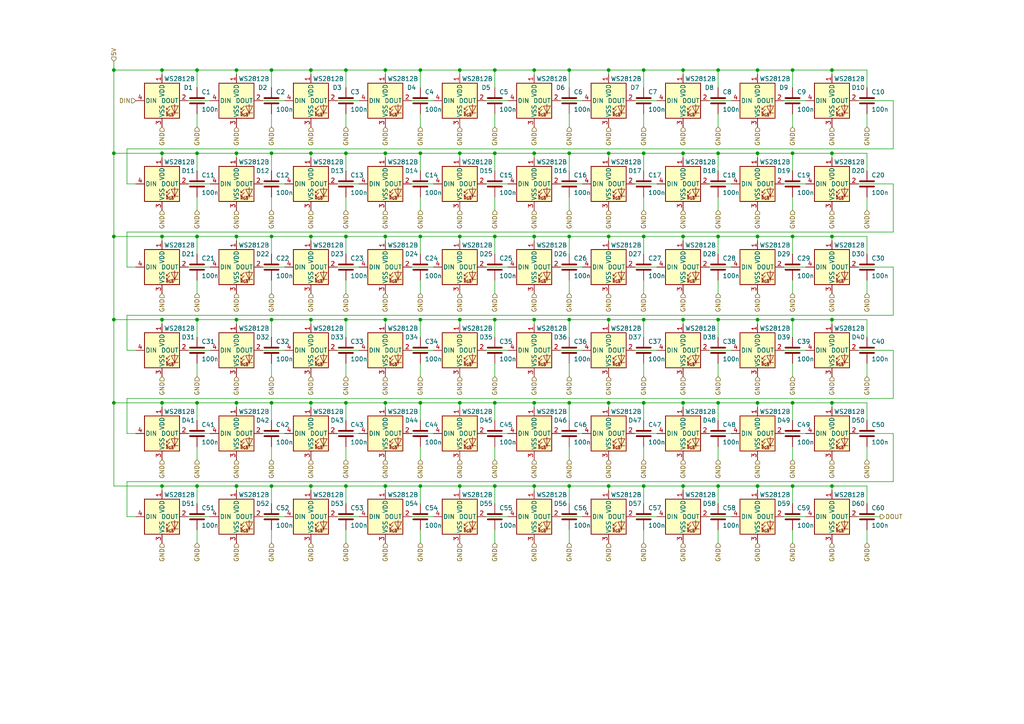
<source format=kicad_sch>
(kicad_sch (version 20211123) (generator eeschema)
  (paper "A4")
  (junction (at 46.99 68.58))
  (junction (at 121.92 140.97))
  (junction (at 241.3 68.58))
  (junction (at 229.87 140.97))
  (junction (at 133.35 116.84))
  (junction (at 176.53 20.32))
  (junction (at 241.3 116.84))
  (junction (at 165.1 44.45))
  (junction (at 186.69 140.97))
  (junction (at 57.15 116.84))
  (junction (at 229.87 116.84))
  (junction (at 229.87 20.32))
  (junction (at 57.15 20.32))
  (junction (at 78.74 44.45))
  (junction (at 229.87 92.71))
  (junction (at 229.87 44.45))
  (junction (at 57.15 44.45))
  (junction (at 121.92 20.32))
  (junction (at 154.94 116.84))
  (junction (at 78.74 20.32))
  (junction (at 57.15 68.58))
  (junction (at 100.33 44.45))
  (junction (at 219.71 116.84))
  (junction (at 143.51 116.84))
  (junction (at 176.53 140.97))
  (junction (at 241.3 44.45))
  (junction (at 186.69 44.45))
  (junction (at 219.71 140.97))
  (junction (at 46.99 20.32))
  (junction (at 68.58 116.84))
  (junction (at 186.69 92.71))
  (junction (at 165.1 140.97))
  (junction (at 121.92 92.71))
  (junction (at 33.02 20.32))
  (junction (at 229.87 68.58))
  (junction (at 143.51 68.58))
  (junction (at 78.74 116.84))
  (junction (at 198.12 116.84))
  (junction (at 154.94 140.97))
  (junction (at 57.15 92.71))
  (junction (at 68.58 44.45))
  (junction (at 198.12 44.45))
  (junction (at 219.71 92.71))
  (junction (at 33.02 68.58))
  (junction (at 133.35 140.97))
  (junction (at 111.76 68.58))
  (junction (at 100.33 20.32))
  (junction (at 198.12 92.71))
  (junction (at 143.51 44.45))
  (junction (at 176.53 116.84))
  (junction (at 165.1 116.84))
  (junction (at 111.76 92.71))
  (junction (at 208.28 116.84))
  (junction (at 46.99 92.71))
  (junction (at 165.1 92.71))
  (junction (at 100.33 116.84))
  (junction (at 33.02 116.84))
  (junction (at 219.71 44.45))
  (junction (at 208.28 20.32))
  (junction (at 208.28 92.71))
  (junction (at 143.51 140.97))
  (junction (at 68.58 92.71))
  (junction (at 90.17 20.32))
  (junction (at 154.94 44.45))
  (junction (at 208.28 44.45))
  (junction (at 78.74 140.97))
  (junction (at 198.12 20.32))
  (junction (at 165.1 20.32))
  (junction (at 154.94 20.32))
  (junction (at 154.94 68.58))
  (junction (at 68.58 68.58))
  (junction (at 133.35 20.32))
  (junction (at 186.69 68.58))
  (junction (at 219.71 20.32))
  (junction (at 111.76 44.45))
  (junction (at 121.92 68.58))
  (junction (at 78.74 92.71))
  (junction (at 208.28 68.58))
  (junction (at 46.99 140.97))
  (junction (at 78.74 68.58))
  (junction (at 100.33 92.71))
  (junction (at 68.58 140.97))
  (junction (at 241.3 140.97))
  (junction (at 121.92 116.84))
  (junction (at 241.3 20.32))
  (junction (at 176.53 68.58))
  (junction (at 90.17 68.58))
  (junction (at 198.12 68.58))
  (junction (at 121.92 44.45))
  (junction (at 154.94 92.71))
  (junction (at 143.51 20.32))
  (junction (at 46.99 44.45))
  (junction (at 176.53 92.71))
  (junction (at 90.17 44.45))
  (junction (at 219.71 68.58))
  (junction (at 186.69 116.84))
  (junction (at 111.76 140.97))
  (junction (at 68.58 20.32))
  (junction (at 133.35 92.71))
  (junction (at 208.28 140.97))
  (junction (at 90.17 116.84))
  (junction (at 33.02 44.45))
  (junction (at 165.1 68.58))
  (junction (at 198.12 140.97))
  (junction (at 46.99 116.84))
  (junction (at 57.15 140.97))
  (junction (at 133.35 44.45))
  (junction (at 33.02 92.71))
  (junction (at 176.53 44.45))
  (junction (at 90.17 140.97))
  (junction (at 133.35 68.58))
  (junction (at 186.69 20.32))
  (junction (at 111.76 20.32))
  (junction (at 100.33 68.58))
  (junction (at 100.33 140.97))
  (junction (at 143.51 92.71))
  (junction (at 111.76 116.84))
  (junction (at 90.17 92.71))
  (junction (at 241.3 92.71))
  (wire (pts (xy 165.1 68.58) (xy 176.53 68.58)))
  (wire (pts (xy 33.02 92.71) (xy 33.02 68.58)))
  (wire (pts (xy 219.71 116.84) (xy 219.71 118.11)))
  (wire (pts (xy 33.02 116.84) (xy 46.99 116.84)))
  (wire (pts (xy 251.46 116.84) (xy 241.3 116.84)))
  (wire (pts (xy 121.92 92.71) (xy 111.76 92.71)))
  (wire (pts (xy 165.1 97.79) (xy 165.1 92.71)))
  (wire (pts (xy 121.92 68.58) (xy 133.35 68.58)))
  (wire (pts (xy 229.87 129.54) (xy 229.87 133.35)))
  (wire (pts (xy 100.33 146.05) (xy 100.33 140.97)))
  (wire (pts (xy 143.51 73.66) (xy 143.51 68.58)))
  (wire (pts (xy 241.3 20.32) (xy 241.3 21.59)))
  (wire (pts (xy 100.33 49.53) (xy 100.33 44.45)))
  (wire (pts (xy 198.12 20.32) (xy 198.12 21.59)))
  (wire (pts (xy 78.74 81.28) (xy 78.74 85.09)))
  (wire (pts (xy 251.46 129.54) (xy 251.46 133.35)))
  (wire (pts (xy 97.79 125.73) (xy 104.14 125.73)))
  (wire (pts (xy 78.74 97.79) (xy 78.74 92.71)))
  (wire (pts (xy 251.46 49.53) (xy 251.46 44.45)))
  (wire (pts (xy 176.53 140.97) (xy 176.53 142.24)))
  (wire (pts (xy 186.69 140.97) (xy 198.12 140.97)))
  (wire (pts (xy 78.74 68.58) (xy 90.17 68.58)))
  (wire (pts (xy 184.15 53.34) (xy 190.5 53.34)))
  (wire (pts (xy 229.87 68.58) (xy 241.3 68.58)))
  (wire (pts (xy 229.87 25.4) (xy 229.87 20.32)))
  (wire (pts (xy 57.15 68.58) (xy 68.58 68.58)))
  (wire (pts (xy 251.46 92.71) (xy 241.3 92.71)))
  (wire (pts (xy 57.15 68.58) (xy 57.15 73.66)))
  (wire (pts (xy 219.71 68.58) (xy 219.71 69.85)))
  (wire (pts (xy 121.92 49.53) (xy 121.92 44.45)))
  (wire (pts (xy 78.74 44.45) (xy 90.17 44.45)))
  (wire (pts (xy 100.33 44.45) (xy 90.17 44.45)))
  (wire (pts (xy 100.33 153.67) (xy 100.33 157.48)))
  (wire (pts (xy 248.92 149.86) (xy 255.27 149.86)))
  (wire (pts (xy 119.38 101.6) (xy 125.73 101.6)))
  (wire (pts (xy 241.3 68.58) (xy 241.3 69.85)))
  (wire (pts (xy 251.46 146.05) (xy 251.46 140.97)))
  (wire (pts (xy 154.94 44.45) (xy 154.94 45.72)))
  (wire (pts (xy 186.69 57.15) (xy 186.69 60.96)))
  (wire (pts (xy 251.46 33.02) (xy 251.46 36.83)))
  (wire (pts (xy 176.53 68.58) (xy 176.53 69.85)))
  (wire (pts (xy 121.92 44.45) (xy 111.76 44.45)))
  (wire (pts (xy 162.56 29.21) (xy 168.91 29.21)))
  (wire (pts (xy 100.33 116.84) (xy 90.17 116.84)))
  (wire (pts (xy 186.69 33.02) (xy 186.69 36.83)))
  (wire (pts (xy 184.15 101.6) (xy 190.5 101.6)))
  (wire (pts (xy 165.1 116.84) (xy 154.94 116.84)))
  (wire (pts (xy 165.1 44.45) (xy 154.94 44.45)))
  (wire (pts (xy 184.15 29.21) (xy 190.5 29.21)))
  (wire (pts (xy 90.17 116.84) (xy 90.17 118.11)))
  (wire (pts (xy 241.3 92.71) (xy 241.3 93.98)))
  (wire (pts (xy 36.83 91.44) (xy 36.83 101.6)))
  (wire (pts (xy 227.33 29.21) (xy 233.68 29.21)))
  (wire (pts (xy 229.87 81.28) (xy 229.87 85.09)))
  (wire (pts (xy 68.58 68.58) (xy 68.58 69.85)))
  (wire (pts (xy 140.97 77.47) (xy 147.32 77.47)))
  (wire (pts (xy 76.2 77.47) (xy 82.55 77.47)))
  (wire (pts (xy 165.1 153.67) (xy 165.1 157.48)))
  (wire (pts (xy 78.74 20.32) (xy 68.58 20.32)))
  (wire (pts (xy 133.35 20.32) (xy 133.35 21.59)))
  (wire (pts (xy 46.99 116.84) (xy 57.15 116.84)))
  (wire (pts (xy 154.94 68.58) (xy 154.94 69.85)))
  (wire (pts (xy 100.33 68.58) (xy 90.17 68.58)))
  (wire (pts (xy 251.46 140.97) (xy 241.3 140.97)))
  (wire (pts (xy 208.28 140.97) (xy 219.71 140.97)))
  (wire (pts (xy 78.74 49.53) (xy 78.74 44.45)))
  (wire (pts (xy 186.69 92.71) (xy 198.12 92.71)))
  (wire (pts (xy 143.51 68.58) (xy 133.35 68.58)))
  (wire (pts (xy 205.74 29.21) (xy 212.09 29.21)))
  (wire (pts (xy 33.02 140.97) (xy 33.02 116.84)))
  (wire (pts (xy 68.58 44.45) (xy 68.58 45.72)))
  (wire (pts (xy 100.33 92.71) (xy 90.17 92.71)))
  (wire (pts (xy 251.46 68.58) (xy 241.3 68.58)))
  (wire (pts (xy 208.28 105.41) (xy 208.28 109.22)))
  (wire (pts (xy 46.99 92.71) (xy 46.99 93.98)))
  (wire (pts (xy 229.87 92.71) (xy 241.3 92.71)))
  (wire (pts (xy 219.71 44.45) (xy 219.71 45.72)))
  (wire (pts (xy 229.87 140.97) (xy 241.3 140.97)))
  (wire (pts (xy 100.33 57.15) (xy 100.33 60.96)))
  (wire (pts (xy 121.92 153.67) (xy 121.92 157.48)))
  (wire (pts (xy 100.33 73.66) (xy 100.33 68.58)))
  (wire (pts (xy 121.92 73.66) (xy 121.92 68.58)))
  (wire (pts (xy 229.87 44.45) (xy 241.3 44.45)))
  (wire (pts (xy 111.76 140.97) (xy 111.76 142.24)))
  (wire (pts (xy 186.69 73.66) (xy 186.69 68.58)))
  (wire (pts (xy 78.74 44.45) (xy 68.58 44.45)))
  (wire (pts (xy 78.74 140.97) (xy 68.58 140.97)))
  (wire (pts (xy 143.51 140.97) (xy 133.35 140.97)))
  (wire (pts (xy 119.38 149.86) (xy 125.73 149.86)))
  (wire (pts (xy 36.83 53.34) (xy 39.37 53.34)))
  (wire (pts (xy 186.69 49.53) (xy 186.69 44.45)))
  (wire (pts (xy 121.92 57.15) (xy 121.92 60.96)))
  (wire (pts (xy 143.51 153.67) (xy 143.51 157.48)))
  (wire (pts (xy 186.69 68.58) (xy 198.12 68.58)))
  (wire (pts (xy 251.46 97.79) (xy 251.46 92.71)))
  (wire (pts (xy 143.51 129.54) (xy 143.51 133.35)))
  (wire (pts (xy 78.74 140.97) (xy 90.17 140.97)))
  (wire (pts (xy 36.83 139.7) (xy 36.83 149.86)))
  (wire (pts (xy 208.28 116.84) (xy 219.71 116.84)))
  (wire (pts (xy 165.1 140.97) (xy 176.53 140.97)))
  (wire (pts (xy 76.2 101.6) (xy 82.55 101.6)))
  (wire (pts (xy 186.69 44.45) (xy 176.53 44.45)))
  (wire (pts (xy 259.08 29.21) (xy 259.08 43.18)))
  (wire (pts (xy 111.76 116.84) (xy 111.76 118.11)))
  (wire (pts (xy 121.92 92.71) (xy 133.35 92.71)))
  (wire (pts (xy 111.76 92.71) (xy 111.76 93.98)))
  (wire (pts (xy 154.94 140.97) (xy 154.94 142.24)))
  (wire (pts (xy 208.28 97.79) (xy 208.28 92.71)))
  (wire (pts (xy 227.33 149.86) (xy 233.68 149.86)))
  (wire (pts (xy 36.83 77.47) (xy 36.83 67.31)))
  (wire (pts (xy 33.02 68.58) (xy 33.02 44.45)))
  (wire (pts (xy 54.61 53.34) (xy 60.96 53.34)))
  (wire (pts (xy 57.15 20.32) (xy 57.15 25.4)))
  (wire (pts (xy 165.1 68.58) (xy 154.94 68.58)))
  (wire (pts (xy 57.15 57.15) (xy 57.15 60.96)))
  (wire (pts (xy 208.28 92.71) (xy 198.12 92.71)))
  (wire (pts (xy 208.28 68.58) (xy 219.71 68.58)))
  (wire (pts (xy 219.71 92.71) (xy 219.71 93.98)))
  (wire (pts (xy 100.33 20.32) (xy 111.76 20.32)))
  (wire (pts (xy 97.79 101.6) (xy 104.14 101.6)))
  (wire (pts (xy 208.28 129.54) (xy 208.28 133.35)))
  (wire (pts (xy 39.37 125.73) (xy 36.83 125.73)))
  (wire (pts (xy 57.15 81.28) (xy 57.15 85.09)))
  (wire (pts (xy 186.69 116.84) (xy 176.53 116.84)))
  (wire (pts (xy 241.3 44.45) (xy 241.3 45.72)))
  (wire (pts (xy 251.46 20.32) (xy 241.3 20.32)))
  (wire (pts (xy 78.74 121.92) (xy 78.74 116.84)))
  (wire (pts (xy 121.92 116.84) (xy 133.35 116.84)))
  (wire (pts (xy 184.15 149.86) (xy 190.5 149.86)))
  (wire (pts (xy 208.28 146.05) (xy 208.28 140.97)))
  (wire (pts (xy 46.99 68.58) (xy 57.15 68.58)))
  (wire (pts (xy 186.69 20.32) (xy 198.12 20.32)))
  (wire (pts (xy 259.08 77.47) (xy 259.08 91.44)))
  (wire (pts (xy 36.83 149.86) (xy 39.37 149.86)))
  (wire (pts (xy 121.92 146.05) (xy 121.92 140.97)))
  (wire (pts (xy 33.02 116.84) (xy 33.02 92.71)))
  (wire (pts (xy 208.28 153.67) (xy 208.28 157.48)))
  (wire (pts (xy 78.74 129.54) (xy 78.74 133.35)))
  (wire (pts (xy 186.69 129.54) (xy 186.69 133.35)))
  (wire (pts (xy 46.99 44.45) (xy 57.15 44.45)))
  (wire (pts (xy 119.38 77.47) (xy 125.73 77.47)))
  (wire (pts (xy 121.92 121.92) (xy 121.92 116.84)))
  (wire (pts (xy 121.92 44.45) (xy 133.35 44.45)))
  (wire (pts (xy 251.46 121.92) (xy 251.46 116.84)))
  (wire (pts (xy 143.51 146.05) (xy 143.51 140.97)))
  (wire (pts (xy 78.74 20.32) (xy 90.17 20.32)))
  (wire (pts (xy 140.97 29.21) (xy 147.32 29.21)))
  (wire (pts (xy 119.38 125.73) (xy 125.73 125.73)))
  (wire (pts (xy 57.15 92.71) (xy 68.58 92.71)))
  (wire (pts (xy 33.02 44.45) (xy 46.99 44.45)))
  (wire (pts (xy 78.74 116.84) (xy 90.17 116.84)))
  (wire (pts (xy 36.83 43.18) (xy 36.83 53.34)))
  (wire (pts (xy 186.69 146.05) (xy 186.69 140.97)))
  (wire (pts (xy 186.69 121.92) (xy 186.69 116.84)))
  (wire (pts (xy 208.28 73.66) (xy 208.28 68.58)))
  (wire (pts (xy 97.79 77.47) (xy 104.14 77.47)))
  (wire (pts (xy 121.92 68.58) (xy 111.76 68.58)))
  (wire (pts (xy 143.51 44.45) (xy 133.35 44.45)))
  (wire (pts (xy 90.17 44.45) (xy 90.17 45.72)))
  (wire (pts (xy 186.69 153.67) (xy 186.69 157.48)))
  (wire (pts (xy 154.94 116.84) (xy 154.94 118.11)))
  (wire (pts (xy 119.38 29.21) (xy 125.73 29.21)))
  (wire (pts (xy 121.92 140.97) (xy 133.35 140.97)))
  (wire (pts (xy 111.76 44.45) (xy 111.76 45.72)))
  (wire (pts (xy 133.35 140.97) (xy 133.35 142.24)))
  (wire (pts (xy 46.99 68.58) (xy 46.99 69.85)))
  (wire (pts (xy 229.87 68.58) (xy 219.71 68.58)))
  (wire (pts (xy 229.87 140.97) (xy 219.71 140.97)))
  (wire (pts (xy 248.92 77.47) (xy 259.08 77.47)))
  (wire (pts (xy 100.33 116.84) (xy 111.76 116.84)))
  (wire (pts (xy 78.74 153.67) (xy 78.74 157.48)))
  (wire (pts (xy 176.53 20.32) (xy 176.53 21.59)))
  (wire (pts (xy 229.87 105.41) (xy 229.87 109.22)))
  (wire (pts (xy 186.69 25.4) (xy 186.69 20.32)))
  (wire (pts (xy 140.97 53.34) (xy 147.32 53.34)))
  (wire (pts (xy 186.69 140.97) (xy 176.53 140.97)))
  (wire (pts (xy 143.51 33.02) (xy 143.51 36.83)))
  (wire (pts (xy 78.74 33.02) (xy 78.74 36.83)))
  (wire (pts (xy 57.15 92.71) (xy 57.15 97.79)))
  (wire (pts (xy 208.28 44.45) (xy 219.71 44.45)))
  (wire (pts (xy 219.71 140.97) (xy 219.71 142.24)))
  (wire (pts (xy 54.61 77.47) (xy 60.96 77.47)))
  (wire (pts (xy 208.28 57.15) (xy 208.28 60.96)))
  (wire (pts (xy 140.97 149.86) (xy 147.32 149.86)))
  (wire (pts (xy 176.53 44.45) (xy 176.53 45.72)))
  (wire (pts (xy 251.46 57.15) (xy 251.46 60.96)))
  (wire (pts (xy 198.12 92.71) (xy 198.12 93.98)))
  (wire (pts (xy 176.53 116.84) (xy 176.53 118.11)))
  (wire (pts (xy 229.87 20.32) (xy 219.71 20.32)))
  (wire (pts (xy 143.51 49.53) (xy 143.51 44.45)))
  (wire (pts (xy 229.87 73.66) (xy 229.87 68.58)))
  (wire (pts (xy 259.08 139.7) (xy 36.83 139.7)))
  (wire (pts (xy 165.1 33.02) (xy 165.1 36.83)))
  (wire (pts (xy 229.87 44.45) (xy 219.71 44.45)))
  (wire (pts (xy 229.87 116.84) (xy 219.71 116.84)))
  (wire (pts (xy 36.83 67.31) (xy 259.08 67.31)))
  (wire (pts (xy 198.12 68.58) (xy 198.12 69.85)))
  (wire (pts (xy 100.33 33.02) (xy 100.33 36.83)))
  (wire (pts (xy 143.51 116.84) (xy 133.35 116.84)))
  (wire (pts (xy 100.33 81.28) (xy 100.33 85.09)))
  (wire (pts (xy 241.3 140.97) (xy 241.3 142.24)))
  (wire (pts (xy 259.08 67.31) (xy 259.08 53.34)))
  (wire (pts (xy 248.92 29.21) (xy 259.08 29.21)))
  (wire (pts (xy 46.99 20.32) (xy 57.15 20.32)))
  (wire (pts (xy 78.74 146.05) (xy 78.74 140.97)))
  (wire (pts (xy 46.99 140.97) (xy 57.15 140.97)))
  (wire (pts (xy 165.1 57.15) (xy 165.1 60.96)))
  (wire (pts (xy 176.53 92.71) (xy 176.53 93.98)))
  (wire (pts (xy 229.87 92.71) (xy 219.71 92.71)))
  (wire (pts (xy 208.28 92.71) (xy 219.71 92.71)))
  (wire (pts (xy 186.69 92.71) (xy 176.53 92.71)))
  (wire (pts (xy 251.46 153.67) (xy 251.46 157.48)))
  (wire (pts (xy 205.74 77.47) (xy 212.09 77.47)))
  (wire (pts (xy 46.99 44.45) (xy 46.99 45.72)))
  (wire (pts (xy 165.1 44.45) (xy 176.53 44.45)))
  (wire (pts (xy 33.02 92.71) (xy 46.99 92.71)))
  (wire (pts (xy 100.33 92.71) (xy 111.76 92.71)))
  (wire (pts (xy 90.17 92.71) (xy 90.17 93.98)))
  (wire (pts (xy 143.51 92.71) (xy 133.35 92.71)))
  (wire (pts (xy 248.92 53.34) (xy 259.08 53.34)))
  (wire (pts (xy 143.51 81.28) (xy 143.51 85.09)))
  (wire (pts (xy 227.33 125.73) (xy 233.68 125.73)))
  (wire (pts (xy 121.92 25.4) (xy 121.92 20.32)))
  (wire (pts (xy 133.35 68.58) (xy 133.35 69.85)))
  (wire (pts (xy 100.33 44.45) (xy 111.76 44.45)))
  (wire (pts (xy 259.08 115.57) (xy 259.08 101.6)))
  (wire (pts (xy 57.15 116.84) (xy 68.58 116.84)))
  (wire (pts (xy 229.87 97.79) (xy 229.87 92.71)))
  (wire (pts (xy 121.92 97.79) (xy 121.92 92.71)))
  (wire (pts (xy 205.74 101.6) (xy 212.09 101.6)))
  (wire (pts (xy 229.87 20.32) (xy 241.3 20.32)))
  (wire (pts (xy 227.33 53.34) (xy 233.68 53.34)))
  (wire (pts (xy 78.74 105.41) (xy 78.74 109.22)))
  (wire (pts (xy 54.61 29.21) (xy 60.96 29.21)))
  (wire (pts (xy 46.99 92.71) (xy 57.15 92.71)))
  (wire (pts (xy 165.1 92.71) (xy 176.53 92.71)))
  (wire (pts (xy 229.87 57.15) (xy 229.87 60.96)))
  (wire (pts (xy 57.15 116.84) (xy 57.15 121.92)))
  (wire (pts (xy 162.56 53.34) (xy 168.91 53.34)))
  (wire (pts (xy 208.28 25.4) (xy 208.28 20.32)))
  (wire (pts (xy 57.15 140.97) (xy 57.15 146.05)))
  (wire (pts (xy 97.79 53.34) (xy 104.14 53.34)))
  (wire (pts (xy 100.33 25.4) (xy 100.33 20.32)))
  (wire (pts (xy 143.51 68.58) (xy 154.94 68.58)))
  (wire (pts (xy 229.87 146.05) (xy 229.87 140.97)))
  (wire (pts (xy 33.02 140.97) (xy 46.99 140.97)))
  (wire (pts (xy 78.74 57.15) (xy 78.74 60.96)))
  (wire (pts (xy 57.15 140.97) (xy 68.58 140.97)))
  (wire (pts (xy 162.56 77.47) (xy 168.91 77.47)))
  (wire (pts (xy 78.74 116.84) (xy 68.58 116.84)))
  (wire (pts (xy 205.74 149.86) (xy 212.09 149.86)))
  (wire (pts (xy 143.51 44.45) (xy 154.94 44.45)))
  (wire (pts (xy 57.15 33.02) (xy 57.15 36.83)))
  (wire (pts (xy 208.28 49.53) (xy 208.28 44.45)))
  (wire (pts (xy 143.51 57.15) (xy 143.51 60.96)))
  (wire (pts (xy 251.46 73.66) (xy 251.46 68.58)))
  (wire (pts (xy 208.28 20.32) (xy 198.12 20.32)))
  (wire (pts (xy 165.1 20.32) (xy 176.53 20.32)))
  (wire (pts (xy 165.1 121.92) (xy 165.1 116.84)))
  (wire (pts (xy 121.92 116.84) (xy 111.76 116.84)))
  (wire (pts (xy 184.15 125.73) (xy 190.5 125.73)))
  (wire (pts (xy 97.79 29.21) (xy 104.14 29.21)))
  (wire (pts (xy 57.15 20.32) (xy 68.58 20.32)))
  (wire (pts (xy 36.83 101.6) (xy 39.37 101.6)))
  (wire (pts (xy 229.87 153.67) (xy 229.87 157.48)))
  (wire (pts (xy 111.76 68.58) (xy 111.76 69.85)))
  (wire (pts (xy 208.28 33.02) (xy 208.28 36.83)))
  (wire (pts (xy 78.74 92.71) (xy 68.58 92.71)))
  (wire (pts (xy 100.33 97.79) (xy 100.33 92.71)))
  (wire (pts (xy 229.87 116.84) (xy 241.3 116.84)))
  (wire (pts (xy 140.97 101.6) (xy 147.32 101.6)))
  (wire (pts (xy 76.2 29.21) (xy 82.55 29.21)))
  (wire (pts (xy 198.12 44.45) (xy 198.12 45.72)))
  (wire (pts (xy 121.92 33.02) (xy 121.92 36.83)))
  (wire (pts (xy 121.92 20.32) (xy 133.35 20.32)))
  (wire (pts (xy 100.33 121.92) (xy 100.33 116.84)))
  (wire (pts (xy 198.12 140.97) (xy 198.12 142.24)))
  (wire (pts (xy 154.94 92.71) (xy 154.94 93.98)))
  (wire (pts (xy 165.1 116.84) (xy 176.53 116.84)))
  (wire (pts (xy 54.61 101.6) (xy 60.96 101.6)))
  (wire (pts (xy 251.46 105.41) (xy 251.46 109.22)))
  (wire (pts (xy 57.15 129.54) (xy 57.15 133.35)))
  (wire (pts (xy 143.51 140.97) (xy 154.94 140.97)))
  (wire (pts (xy 33.02 20.32) (xy 46.99 20.32)))
  (wire (pts (xy 68.58 140.97) (xy 68.58 142.24)))
  (wire (pts (xy 68.58 116.84) (xy 68.58 118.11)))
  (wire (pts (xy 76.2 149.86) (xy 82.55 149.86)))
  (wire (pts (xy 229.87 33.02) (xy 229.87 36.83)))
  (wire (pts (xy 165.1 49.53) (xy 165.1 44.45)))
  (wire (pts (xy 251.46 25.4) (xy 251.46 20.32)))
  (wire (pts (xy 154.94 20.32) (xy 154.94 21.59)))
  (wire (pts (xy 100.33 140.97) (xy 90.17 140.97)))
  (wire (pts (xy 208.28 81.28) (xy 208.28 85.09)))
  (wire (pts (xy 76.2 125.73) (xy 82.55 125.73)))
  (wire (pts (xy 39.37 77.47) (xy 36.83 77.47)))
  (wire (pts (xy 259.08 125.73) (xy 259.08 139.7)))
  (wire (pts (xy 36.83 115.57) (xy 259.08 115.57)))
  (wire (pts (xy 100.33 105.41) (xy 100.33 109.22)))
  (wire (pts (xy 143.51 25.4) (xy 143.51 20.32)))
  (wire (pts (xy 46.99 116.84) (xy 46.99 118.11)))
  (wire (pts (xy 36.83 125.73) (xy 36.83 115.57)))
  (wire (pts (xy 57.15 44.45) (xy 68.58 44.45)))
  (wire (pts (xy 121.92 20.32) (xy 111.76 20.32)))
  (wire (pts (xy 184.15 77.47) (xy 190.5 77.47)))
  (wire (pts (xy 33.02 17.78) (xy 33.02 20.32)))
  (wire (pts (xy 46.99 20.32) (xy 46.99 21.59)))
  (wire (pts (xy 33.02 68.58) (xy 46.99 68.58)))
  (wire (pts (xy 165.1 92.71) (xy 154.94 92.71)))
  (wire (pts (xy 241.3 116.84) (xy 241.3 118.11)))
  (wire (pts (xy 208.28 121.92) (xy 208.28 116.84)))
  (wire (pts (xy 208.28 44.45) (xy 198.12 44.45)))
  (wire (pts (xy 186.69 68.58) (xy 176.53 68.58)))
  (wire (pts (xy 78.74 92.71) (xy 90.17 92.71)))
  (wire (pts (xy 100.33 140.97) (xy 111.76 140.97)))
  (wire (pts (xy 143.51 20.32) (xy 154.94 20.32)))
  (wire (pts (xy 68.58 20.32) (xy 68.58 21.59)))
  (wire (pts (xy 162.56 125.73) (xy 168.91 125.73)))
  (wire (pts (xy 259.08 91.44) (xy 36.83 91.44)))
  (wire (pts (xy 143.51 105.41) (xy 143.51 109.22)))
  (wire (pts (xy 186.69 44.45) (xy 198.12 44.45)))
  (wire (pts (xy 78.74 25.4) (xy 78.74 20.32)))
  (wire (pts (xy 78.74 68.58) (xy 68.58 68.58)))
  (wire (pts (xy 57.15 44.45) (xy 57.15 49.53)))
  (wire (pts (xy 97.79 149.86) (xy 104.14 149.86)))
  (wire (pts (xy 143.51 116.84) (xy 154.94 116.84)))
  (wire (pts (xy 143.51 97.79) (xy 143.51 92.71)))
  (wire (pts (xy 165.1 25.4) (xy 165.1 20.32)))
  (wire (pts (xy 251.46 81.28) (xy 251.46 85.09)))
  (wire (pts (xy 165.1 81.28) (xy 165.1 85.09)))
  (wire (pts (xy 140.97 125.73) (xy 147.32 125.73)))
  (wire (pts (xy 111.76 20.32) (xy 111.76 21.59)))
  (wire (pts (xy 248.92 101.6) (xy 259.08 101.6)))
  (wire (pts (xy 133.35 92.71) (xy 133.35 93.98)))
  (wire (pts (xy 143.51 121.92) (xy 143.51 116.84)))
  (wire (pts (xy 143.51 92.71) (xy 154.94 92.71)))
  (wire (pts (xy 121.92 105.41) (xy 121.92 109.22)))
  (wire (pts (xy 208.28 116.84) (xy 198.12 116.84)))
  (wire (pts (xy 162.56 149.86) (xy 168.91 149.86)))
  (wire (pts (xy 186.69 97.79) (xy 186.69 92.71)))
  (wire (pts (xy 205.74 53.34) (xy 212.09 53.34)))
  (wire (pts (xy 186.69 81.28) (xy 186.69 85.09)))
  (wire (pts (xy 186.69 20.32) (xy 176.53 20.32)))
  (wire (pts (xy 165.1 146.05) (xy 165.1 140.97)))
  (wire (pts (xy 208.28 68.58) (xy 198.12 68.58)))
  (wire (pts (xy 165.1 20.32) (xy 154.94 20.32)))
  (wire (pts (xy 229.87 49.53) (xy 229.87 44.45)))
  (wire (pts (xy 100.33 129.54) (xy 100.33 133.35)))
  (wire (pts (xy 121.92 129.54) (xy 121.92 133.35)))
  (wire (pts (xy 208.28 140.97) (xy 198.12 140.97)))
  (wire (pts (xy 100.33 20.32) (xy 90.17 20.32)))
  (wire (pts (xy 133.35 116.84) (xy 133.35 118.11)))
  (wire (pts (xy 100.33 68.58) (xy 111.76 68.58)))
  (wire (pts (xy 54.61 149.86) (xy 60.96 149.86)))
  (wire (pts (xy 165.1 105.41) (xy 165.1 109.22)))
  (wire (pts (xy 198.12 116.84) (xy 198.12 118.11)))
  (wire (pts (xy 205.74 125.73) (xy 212.09 125.73)))
  (wire (pts (xy 251.46 44.45) (xy 241.3 44.45)))
  (wire (pts (xy 259.08 43.18) (xy 36.83 43.18)))
  (wire (pts (xy 90.17 20.32) (xy 90.17 21.59)))
  (wire (pts (xy 227.33 101.6) (xy 233.68 101.6)))
  (wire (pts (xy 46.99 140.97) (xy 46.99 142.24)))
  (wire (pts (xy 90.17 68.58) (xy 90.17 69.85)))
  (wire (pts (xy 119.38 53.34) (xy 125.73 53.34)))
  (wire (pts (xy 165.1 73.66) (xy 165.1 68.58)))
  (wire (pts (xy 68.58 92.71) (xy 68.58 93.98)))
  (wire (pts (xy 33.02 44.45) (xy 33.02 20.32)))
  (wire (pts (xy 143.51 20.32) (xy 133.35 20.32)))
  (wire (pts (xy 57.15 153.67) (xy 57.15 157.48)))
  (wire (pts (xy 133.35 44.45) (xy 133.35 45.72)))
  (wire (pts (xy 121.92 81.28) (xy 121.92 85.09)))
  (wire (pts (xy 186.69 116.84) (xy 198.12 116.84)))
  (wire (pts (xy 78.74 73.66) (xy 78.74 68.58)))
  (wire (pts (xy 165.1 129.54) (xy 165.1 133.35)))
  (wire (pts (xy 54.61 125.73) (xy 60.96 125.73)))
  (wire (pts (xy 76.2 53.34) (xy 82.55 53.34)))
  (wire (pts (xy 208.28 20.32) (xy 219.71 20.32)))
  (wire (pts (xy 219.71 20.32) (xy 219.71 21.59)))
  (wire (pts (xy 186.69 105.41) (xy 186.69 109.22)))
  (wire (pts (xy 227.33 77.47) (xy 233.68 77.47)))
  (wire (pts (xy 57.15 105.41) (xy 57.15 109.22)))
  (wire (pts (xy 229.87 121.92) (xy 229.87 116.84)))
  (wire (pts (xy 121.92 140.97) (xy 111.76 140.97)))
  (wire (pts (xy 165.1 140.97) (xy 154.94 140.97)))
  (wire (pts (xy 248.92 125.73) (xy 259.08 125.73)))
  (wire (pts (xy 90.17 140.97) (xy 90.17 142.24)))
  (wire (pts (xy 162.56 101.6) (xy 168.91 101.6)))
  (hierarchical_label "GND" (shape input) (at 219.71 157.48 270))
  (hierarchical_label "GND" (shape input) (at 100.33 36.83 270))
  (hierarchical_label "GND" (shape input) (at 121.92 157.48 270))
  (hierarchical_label "GND" (shape input) (at 90.17 109.22 270))
  (hierarchical_label "GND" (shape input) (at 154.94 60.96 270))
  (hierarchical_label "GND" (shape input) (at 176.53 133.35 270))
  (hierarchical_label "GND" (shape input) (at 208.28 157.48 270))
  (hierarchical_label "GND" (shape input) (at 90.17 85.09 270))
  (hierarchical_label "GND" (shape input) (at 208.28 109.22 270))
  (hierarchical_label "GND" (shape input) (at 208.28 60.96 270))
  (hierarchical_label "GND" (shape input) (at 154.94 157.48 270))
  (hierarchical_label "GND" (shape input) (at 186.69 60.96 270))
  (hierarchical_label "GND" (shape input) (at 121.92 109.22 270))
  (hierarchical_label "GND" (shape input) (at 176.53 36.83 270))
  (hierarchical_label "GND" (shape input) (at 229.87 133.35 270))
  (hierarchical_label "GND" (shape input) (at 111.76 36.83 270))
  (hierarchical_label "GND" (shape input) (at 154.94 85.09 270))
  (hierarchical_label "GND" (shape input) (at 251.46 157.48 270))
  (hierarchical_label "GND" (shape input) (at 165.1 36.83 270))
  (hierarchical_label "GND" (shape input) (at 251.46 85.09 270))
  (hierarchical_label "GND" (shape input) (at 46.99 133.35 270))
  (hierarchical_label "GND" (shape input) (at 143.51 109.22 270))
  (hierarchical_label "GND" (shape input) (at 111.76 133.35 270))
  (hierarchical_label "GND" (shape input) (at 78.74 36.83 270))
  (hierarchical_label "GND" (shape input) (at 68.58 157.48 270))
  (hierarchical_label "GND" (shape input) (at 229.87 85.09 270))
  (hierarchical_label "GND" (shape input) (at 57.15 157.48 270))
  (hierarchical_label "GND" (shape input) (at 68.58 36.83 270))
  (hierarchical_label "GND" (shape input) (at 100.33 157.48 270))
  (hierarchical_label "DIN" (shape input) (at 39.37 29.21 180))
  (hierarchical_label "GND" (shape input) (at 46.99 109.22 270))
  (hierarchical_label "GND" (shape input) (at 111.76 109.22 270))
  (hierarchical_label "GND" (shape input) (at 57.15 60.96 270))
  (hierarchical_label "GND" (shape input) (at 219.71 36.83 270))
  (hierarchical_label "GND" (shape input) (at 219.71 85.09 270))
  (hierarchical_label "GND" (shape input) (at 133.35 85.09 270))
  (hierarchical_label "GND" (shape input) (at 143.51 133.35 270))
  (hierarchical_label "GND" (shape input) (at 78.74 85.09 270))
  (hierarchical_label "GND" (shape input) (at 143.51 60.96 270))
  (hierarchical_label "GND" (shape input) (at 100.33 85.09 270))
  (hierarchical_label "GND" (shape input) (at 78.74 157.48 270))
  (hierarchical_label "DOUT" (shape output) (at 255.27 149.86 0))
  (hierarchical_label "GND" (shape input) (at 251.46 133.35 270))
  (hierarchical_label "GND" (shape input) (at 219.71 60.96 270))
  (hierarchical_label "GND" (shape input) (at 251.46 60.96 270))
  (hierarchical_label "GND" (shape input) (at 46.99 60.96 270))
  (hierarchical_label "GND" (shape input) (at 133.35 36.83 270))
  (hierarchical_label "GND" (shape input) (at 229.87 157.48 270))
  (hierarchical_label "GND" (shape input) (at 143.51 36.83 270))
  (hierarchical_label "GND" (shape input) (at 241.3 36.83 270))
  (hierarchical_label "GND" (shape input) (at 143.51 157.48 270))
  (hierarchical_label "GND" (shape input) (at 229.87 36.83 270))
  (hierarchical_label "GND" (shape input) (at 241.3 109.22 270))
  (hierarchical_label "GND" (shape input) (at 121.92 85.09 270))
  (hierarchical_label "GND" (shape input) (at 251.46 109.22 270))
  (hierarchical_label "GND" (shape input) (at 57.15 133.35 270))
  (hierarchical_label "GND" (shape input) (at 68.58 60.96 270))
  (hierarchical_label "GND" (shape input) (at 133.35 60.96 270))
  (hierarchical_label "GND" (shape input) (at 121.92 60.96 270))
  (hierarchical_label "GND" (shape input) (at 186.69 85.09 270))
  (hierarchical_label "GND" (shape input) (at 78.74 60.96 270))
  (hierarchical_label "GND" (shape input) (at 186.69 157.48 270))
  (hierarchical_label "GND" (shape input) (at 176.53 157.48 270))
  (hierarchical_label "GND" (shape input) (at 198.12 109.22 270))
  (hierarchical_label "GND" (shape input) (at 208.28 85.09 270))
  (hierarchical_label "GND" (shape input) (at 198.12 133.35 270))
  (hierarchical_label "GND" (shape input) (at 46.99 157.48 270))
  (hierarchical_label "GND" (shape input) (at 143.51 85.09 270))
  (hierarchical_label "GND" (shape input) (at 78.74 109.22 270))
  (hierarchical_label "GND" (shape input) (at 68.58 109.22 270))
  (hierarchical_label "GND" (shape input) (at 154.94 109.22 270))
  (hierarchical_label "GND" (shape input) (at 251.46 36.83 270))
  (hierarchical_label "GND" (shape input) (at 100.33 133.35 270))
  (hierarchical_label "GND" (shape input) (at 198.12 36.83 270))
  (hierarchical_label "GND" (shape input) (at 241.3 157.48 270))
  (hierarchical_label "GND" (shape input) (at 111.76 157.48 270))
  (hierarchical_label "GND" (shape input) (at 241.3 85.09 270))
  (hierarchical_label "GND" (shape input) (at 133.35 109.22 270))
  (hierarchical_label "GND" (shape input) (at 176.53 85.09 270))
  (hierarchical_label "GND" (shape input) (at 121.92 36.83 270))
  (hierarchical_label "GND" (shape input) (at 241.3 60.96 270))
  (hierarchical_label "GND" (shape input) (at 121.92 133.35 270))
  (hierarchical_label "GND" (shape input) (at 57.15 109.22 270))
  (hierarchical_label "GND" (shape input) (at 186.69 36.83 270))
  (hierarchical_label "GND" (shape input) (at 111.76 60.96 270))
  (hierarchical_label "GND" (shape input) (at 198.12 60.96 270))
  (hierarchical_label "GND" (shape input) (at 165.1 60.96 270))
  (hierarchical_label "GND" (shape input) (at 90.17 36.83 270))
  (hierarchical_label "GND" (shape input) (at 68.58 133.35 270))
  (hierarchical_label "GND" (shape input) (at 176.53 109.22 270))
  (hierarchical_label "GND" (shape input) (at 165.1 109.22 270))
  (hierarchical_label "GND" (shape input) (at 229.87 60.96 270))
  (hierarchical_label "GND" (shape input) (at 90.17 60.96 270))
  (hierarchical_label "GND" (shape input) (at 68.58 85.09 270))
  (hierarchical_label "GND" (shape input) (at 57.15 36.83 270))
  (hierarchical_label "GND" (shape input) (at 219.71 133.35 270))
  (hierarchical_label "GND" (shape input) (at 165.1 157.48 270))
  (hierarchical_label "GND" (shape input) (at 57.15 85.09 270))
  (hierarchical_label "GND" (shape input) (at 46.99 36.83 270))
  (hierarchical_label "GND" (shape input) (at 46.99 85.09 270))
  (hierarchical_label "GND" (shape input) (at 219.71 109.22 270))
  (hierarchical_label "GND" (shape input) (at 208.28 133.35 270))
  (hierarchical_label "GND" (shape input) (at 198.12 85.09 270))
  (hierarchical_label "GND" (shape input) (at 176.53 60.96 270))
  (hierarchical_label "GND" (shape input) (at 208.28 36.83 270))
  (hierarchical_label "GND" (shape input) (at 154.94 36.83 270))
  (hierarchical_label "GND" (shape input) (at 100.33 60.96 270))
  (hierarchical_label "GND" (shape input) (at 133.35 133.35 270))
  (hierarchical_label "GND" (shape input) (at 198.12 157.48 270))
  (hierarchical_label "GND" (shape input) (at 165.1 133.35 270))
  (hierarchical_label "GND" (shape input) (at 241.3 133.35 270))
  (hierarchical_label "GND" (shape input) (at 90.17 133.35 270))
  (hierarchical_label "5V" (shape input) (at 33.02 17.78 90))
  (hierarchical_label "GND" (shape input) (at 154.94 133.35 270))
  (hierarchical_label "GND" (shape input) (at 165.1 85.09 270))
  (hierarchical_label "GND" (shape input) (at 111.76 85.09 270))
  (hierarchical_label "GND" (shape input) (at 133.35 157.48 270))
  (hierarchical_label "GND" (shape input) (at 78.74 133.35 270))
  (hierarchical_label "GND" (shape input) (at 186.69 133.35 270))
  (hierarchical_label "GND" (shape input) (at 229.87 109.22 270))
  (hierarchical_label "GND" (shape input) (at 100.33 109.22 270))
  (hierarchical_label "GND" (shape input) (at 90.17 157.48 270))
  (hierarchical_label "GND" (shape input) (at 186.69 109.22 270))
  (symbol (lib_id "Device:C") (at 57.15 77.47 0) (unit 1)
    (property "Reference" "C21" (at 58.42 74.93 0) (effects (justify left)))
    (property "Value" "100n" (at 58.42 80.01 0) (effects (justify left)))
    (property "Footprint" "Capacitor_SMD:C_0402_1005Metric" (effects hide))
  )
  (symbol (lib_id "LED:WS2812B") (at 176.53 125.73 0) (unit 1)
    (property "Reference" "D47" (at 184.15 121.92 0))
    (property "Value" "WS2812B" (at 181.61 119.38 0))
    (property "Footprint" "RB3203-Lib:WS2812" (effects hide))
    (property "Datasheet" "https://cdn-shop.adafruit.com/datasheets/WS2812B.pdf" (effects hide))
  )
  (symbol (lib_id "LED:WS2812B") (at 154.94 101.6 0) (unit 1)
    (property "Reference" "D36" (at 162.56 97.79 0))
    (property "Value" "WS2812B" (at 160.02 95.25 0))
    (property "Footprint" "RB3203-Lib:WS2812" (effects hide))
    (property "Datasheet" "https://cdn-shop.adafruit.com/datasheets/WS2812B.pdf" (effects hide))
  )
  (symbol (lib_id "LED:WS2812B") (at 90.17 125.73 0) (unit 1)
    (property "Reference" "D43" (at 97.79 121.92 0))
    (property "Value" "WS2812B" (at 95.25 119.38 0))
    (property "Footprint" "RB3203-Lib:WS2812" (effects hide))
    (property "Datasheet" "https://cdn-shop.adafruit.com/datasheets/WS2812B.pdf" (effects hide))
  )
  (symbol (lib_id "LED:WS2812B") (at 219.71 149.86 0) (unit 1)
    (property "Reference" "D59" (at 227.33 146.05 0))
    (property "Value" "WS2812B" (at 224.79 143.51 0))
    (property "Footprint" "RB3203-Lib:WS2812" (effects hide))
    (property "Datasheet" "https://cdn-shop.adafruit.com/datasheets/WS2812B.pdf" (effects hide))
  )
  (symbol (lib_id "LED:WS2812B") (at 219.71 125.73 0) (unit 1)
    (property "Reference" "D49" (at 227.33 121.92 0))
    (property "Value" "WS2812B" (at 224.79 119.38 0))
    (property "Footprint" "RB3203-Lib:WS2812" (effects hide))
    (property "Datasheet" "https://cdn-shop.adafruit.com/datasheets/WS2812B.pdf" (effects hide))
  )
  (symbol (lib_id "Device:C") (at 78.74 77.47 0) (unit 1)
    (property "Reference" "C22" (at 80.01 74.93 0) (effects (justify left)))
    (property "Value" "100n" (at 80.01 80.01 0) (effects (justify left)))
    (property "Footprint" "Capacitor_SMD:C_0402_1005Metric" (effects hide))
  )
  (symbol (lib_id "Device:C") (at 186.69 53.34 0) (unit 1)
    (property "Reference" "C17" (at 187.96 50.8 0) (effects (justify left)))
    (property "Value" "100n" (at 187.96 55.88 0) (effects (justify left)))
    (property "Footprint" "Capacitor_SMD:C_0402_1005Metric" (effects hide))
  )
  (symbol (lib_id "LED:WS2812B") (at 198.12 101.6 0) (unit 1)
    (property "Reference" "D38" (at 205.74 97.79 0))
    (property "Value" "WS2812B" (at 203.2 95.25 0))
    (property "Footprint" "RB3203-Lib:WS2812" (effects hide))
    (property "Datasheet" "https://cdn-shop.adafruit.com/datasheets/WS2812B.pdf" (effects hide))
  )
  (symbol (lib_id "LED:WS2812B") (at 46.99 53.34 0) (unit 1)
    (property "Reference" "D11" (at 54.61 49.53 0))
    (property "Value" "WS2812B" (at 52.07 46.99 0))
    (property "Footprint" "RB3203-Lib:WS2812" (effects hide))
    (property "Datasheet" "https://cdn-shop.adafruit.com/datasheets/WS2812B.pdf" (effects hide))
  )
  (symbol (lib_id "LED:WS2812B") (at 111.76 29.21 0) (unit 1)
    (property "Reference" "D4" (at 119.38 25.4 0))
    (property "Value" "WS2812B" (at 116.84 22.86 0))
    (property "Footprint" "RB3203-Lib:WS2812" (effects hide))
    (property "Datasheet" "https://cdn-shop.adafruit.com/datasheets/WS2812B.pdf" (effects hide))
  )
  (symbol (lib_id "Device:C") (at 208.28 29.21 0) (unit 1)
    (property "Reference" "C8" (at 209.55 26.67 0) (effects (justify left)))
    (property "Value" "100n" (at 209.55 31.75 0) (effects (justify left)))
    (property "Footprint" "Capacitor_SMD:C_0402_1005Metric" (effects hide))
  )
  (symbol (lib_id "Device:C") (at 229.87 101.6 0) (unit 1)
    (property "Reference" "C39" (at 231.14 99.06 0) (effects (justify left)))
    (property "Value" "100n" (at 231.14 104.14 0) (effects (justify left)))
    (property "Footprint" "Capacitor_SMD:C_0402_1005Metric" (effects hide))
  )
  (symbol (lib_id "Device:C") (at 229.87 53.34 0) (unit 1)
    (property "Reference" "C19" (at 231.14 50.8 0) (effects (justify left)))
    (property "Value" "100n" (at 231.14 55.88 0) (effects (justify left)))
    (property "Footprint" "Capacitor_SMD:C_0402_1005Metric" (effects hide))
  )
  (symbol (lib_id "LED:WS2812B") (at 198.12 77.47 0) (unit 1)
    (property "Reference" "D28" (at 205.74 73.66 0))
    (property "Value" "WS2812B" (at 203.2 71.12 0))
    (property "Footprint" "RB3203-Lib:WS2812" (effects hide))
    (property "Datasheet" "https://cdn-shop.adafruit.com/datasheets/WS2812B.pdf" (effects hide))
  )
  (symbol (lib_id "Device:C") (at 186.69 125.73 0) (unit 1)
    (property "Reference" "C47" (at 187.96 123.19 0) (effects (justify left)))
    (property "Value" "100n" (at 187.96 128.27 0) (effects (justify left)))
    (property "Footprint" "Capacitor_SMD:C_0402_1005Metric" (effects hide))
  )
  (symbol (lib_id "LED:WS2812B") (at 90.17 29.21 0) (unit 1)
    (property "Reference" "D3" (at 97.79 25.4 0))
    (property "Value" "WS2812B" (at 95.25 22.86 0))
    (property "Footprint" "RB3203-Lib:WS2812" (effects hide))
    (property "Datasheet" "https://cdn-shop.adafruit.com/datasheets/WS2812B.pdf" (effects hide))
  )
  (symbol (lib_id "LED:WS2812B") (at 90.17 53.34 0) (unit 1)
    (property "Reference" "D13" (at 97.79 49.53 0))
    (property "Value" "WS2812B" (at 95.25 46.99 0))
    (property "Footprint" "RB3203-Lib:WS2812" (effects hide))
    (property "Datasheet" "https://cdn-shop.adafruit.com/datasheets/WS2812B.pdf" (effects hide))
  )
  (symbol (lib_id "Device:C") (at 251.46 77.47 0) (unit 1)
    (property "Reference" "C30" (at 252.73 74.93 0) (effects (justify left)))
    (property "Value" "100n" (at 252.73 80.01 0) (effects (justify left)))
    (property "Footprint" "Capacitor_SMD:C_0402_1005Metric" (effects hide))
  )
  (symbol (lib_id "LED:WS2812B") (at 133.35 125.73 0) (unit 1)
    (property "Reference" "D45" (at 140.97 121.92 0))
    (property "Value" "WS2812B" (at 138.43 119.38 0))
    (property "Footprint" "RB3203-Lib:WS2812" (effects hide))
    (property "Datasheet" "https://cdn-shop.adafruit.com/datasheets/WS2812B.pdf" (effects hide))
  )
  (symbol (lib_id "LED:WS2812B") (at 154.94 149.86 0) (unit 1)
    (property "Reference" "D56" (at 162.56 146.05 0))
    (property "Value" "WS2812B" (at 160.02 143.51 0))
    (property "Footprint" "RB3203-Lib:WS2812" (effects hide))
    (property "Datasheet" "https://cdn-shop.adafruit.com/datasheets/WS2812B.pdf" (effects hide))
  )
  (symbol (lib_id "Device:C") (at 78.74 125.73 0) (unit 1)
    (property "Reference" "C42" (at 80.01 123.19 0) (effects (justify left)))
    (property "Value" "100n" (at 80.01 128.27 0) (effects (justify left)))
    (property "Footprint" "Capacitor_SMD:C_0402_1005Metric" (effects hide))
  )
  (symbol (lib_id "Device:C") (at 143.51 29.21 0) (unit 1)
    (property "Reference" "C5" (at 144.78 26.67 0) (effects (justify left)))
    (property "Value" "100n" (at 144.78 31.75 0) (effects (justify left)))
    (property "Footprint" "Capacitor_SMD:C_0402_1005Metric" (effects hide))
  )
  (symbol (lib_id "Device:C") (at 208.28 77.47 0) (unit 1)
    (property "Reference" "C28" (at 209.55 74.93 0) (effects (justify left)))
    (property "Value" "100n" (at 209.55 80.01 0) (effects (justify left)))
    (property "Footprint" "Capacitor_SMD:C_0402_1005Metric" (effects hide))
  )
  (symbol (lib_id "LED:WS2812B") (at 46.99 101.6 0) (unit 1)
    (property "Reference" "D31" (at 54.61 97.79 0))
    (property "Value" "WS2812B" (at 52.07 95.25 0))
    (property "Footprint" "RB3203-Lib:WS2812" (effects hide))
    (property "Datasheet" "https://cdn-shop.adafruit.com/datasheets/WS2812B.pdf" (effects hide))
  )
  (symbol (lib_id "Device:C") (at 165.1 101.6 0) (unit 1)
    (property "Reference" "C36" (at 166.37 99.06 0) (effects (justify left)))
    (property "Value" "100n" (at 166.37 104.14 0) (effects (justify left)))
    (property "Footprint" "Capacitor_SMD:C_0402_1005Metric" (effects hide))
  )
  (symbol (lib_id "LED:WS2812B") (at 111.76 101.6 0) (unit 1)
    (property "Reference" "D34" (at 119.38 97.79 0))
    (property "Value" "WS2812B" (at 116.84 95.25 0))
    (property "Footprint" "RB3203-Lib:WS2812" (effects hide))
    (property "Datasheet" "https://cdn-shop.adafruit.com/datasheets/WS2812B.pdf" (effects hide))
  )
  (symbol (lib_id "Device:C") (at 57.15 125.73 0) (unit 1)
    (property "Reference" "C41" (at 58.42 123.19 0) (effects (justify left)))
    (property "Value" "100n" (at 58.42 128.27 0) (effects (justify left)))
    (property "Footprint" "Capacitor_SMD:C_0402_1005Metric" (effects hide))
  )
  (symbol (lib_id "Device:C") (at 229.87 77.47 0) (unit 1)
    (property "Reference" "C29" (at 231.14 74.93 0) (effects (justify left)))
    (property "Value" "100n" (at 231.14 80.01 0) (effects (justify left)))
    (property "Footprint" "Capacitor_SMD:C_0402_1005Metric" (effects hide))
  )
  (symbol (lib_id "Device:C") (at 100.33 77.47 0) (unit 1)
    (property "Reference" "C23" (at 101.6 74.93 0) (effects (justify left)))
    (property "Value" "100n" (at 101.6 80.01 0) (effects (justify left)))
    (property "Footprint" "Capacitor_SMD:C_0402_1005Metric" (effects hide))
  )
  (symbol (lib_id "Device:C") (at 165.1 77.47 0) (unit 1)
    (property "Reference" "C26" (at 166.37 74.93 0) (effects (justify left)))
    (property "Value" "100n" (at 166.37 80.01 0) (effects (justify left)))
    (property "Footprint" "Capacitor_SMD:C_0402_1005Metric" (effects hide))
  )
  (symbol (lib_id "LED:WS2812B") (at 46.99 29.21 0) (unit 1)
    (property "Reference" "D1" (at 54.61 25.4 0))
    (property "Value" "WS2812B" (at 52.07 22.86 0))
    (property "Footprint" "RB3203-Lib:WS2812" (effects hide))
    (property "Datasheet" "https://cdn-shop.adafruit.com/datasheets/WS2812B.pdf" (effects hide))
  )
  (symbol (lib_id "LED:WS2812B") (at 198.12 125.73 0) (unit 1)
    (property "Reference" "D48" (at 205.74 121.92 0))
    (property "Value" "WS2812B" (at 203.2 119.38 0))
    (property "Footprint" "RB3203-Lib:WS2812" (effects hide))
    (property "Datasheet" "https://cdn-shop.adafruit.com/datasheets/WS2812B.pdf" (effects hide))
  )
  (symbol (lib_id "Device:C") (at 78.74 149.86 0) (unit 1)
    (property "Reference" "C52" (at 80.01 147.32 0) (effects (justify left)))
    (property "Value" "100n" (at 80.01 152.4 0) (effects (justify left)))
    (property "Footprint" "Capacitor_SMD:C_0402_1005Metric" (effects hide))
  )
  (symbol (lib_id "LED:WS2812B") (at 241.3 125.73 0) (unit 1)
    (property "Reference" "D50" (at 248.92 121.92 0))
    (property "Value" "WS2812B" (at 246.38 119.38 0))
    (property "Footprint" "RB3203-Lib:WS2812" (effects hide))
    (property "Datasheet" "https://cdn-shop.adafruit.com/datasheets/WS2812B.pdf" (effects hide))
  )
  (symbol (lib_id "LED:WS2812B") (at 46.99 149.86 0) (unit 1)
    (property "Reference" "D51" (at 54.61 146.05 0))
    (property "Value" "WS2812B" (at 52.07 143.51 0))
    (property "Footprint" "RB3203-Lib:WS2812" (effects hide))
    (property "Datasheet" "https://cdn-shop.adafruit.com/datasheets/WS2812B.pdf" (effects hide))
  )
  (symbol (lib_id "Device:C") (at 251.46 29.21 0) (unit 1)
    (property "Reference" "C10" (at 252.73 26.67 0) (effects (justify left)))
    (property "Value" "100n" (at 252.73 31.75 0) (effects (justify left)))
    (property "Footprint" "Capacitor_SMD:C_0402_1005Metric" (effects hide))
  )
  (symbol (lib_id "LED:WS2812B") (at 219.71 101.6 0) (unit 1)
    (property "Reference" "D39" (at 227.33 97.79 0))
    (property "Value" "WS2812B" (at 224.79 95.25 0))
    (property "Footprint" "RB3203-Lib:WS2812" (effects hide))
    (property "Datasheet" "https://cdn-shop.adafruit.com/datasheets/WS2812B.pdf" (effects hide))
  )
  (symbol (lib_id "Device:C") (at 165.1 125.73 0) (unit 1)
    (property "Reference" "C46" (at 166.37 123.19 0) (effects (justify left)))
    (property "Value" "100n" (at 166.37 128.27 0) (effects (justify left)))
    (property "Footprint" "Capacitor_SMD:C_0402_1005Metric" (effects hide))
  )
  (symbol (lib_id "LED:WS2812B") (at 111.76 149.86 0) (unit 1)
    (property "Reference" "D54" (at 119.38 146.05 0))
    (property "Value" "WS2812B" (at 116.84 143.51 0))
    (property "Footprint" "RB3203-Lib:WS2812" (effects hide))
    (property "Datasheet" "https://cdn-shop.adafruit.com/datasheets/WS2812B.pdf" (effects hide))
  )
  (symbol (lib_id "LED:WS2812B") (at 46.99 77.47 0) (unit 1)
    (property "Reference" "D21" (at 54.61 73.66 0))
    (property "Value" "WS2812B" (at 52.07 71.12 0))
    (property "Footprint" "RB3203-Lib:WS2812" (effects hide))
    (property "Datasheet" "https://cdn-shop.adafruit.com/datasheets/WS2812B.pdf" (effects hide))
  )
  (symbol (lib_id "LED:WS2812B") (at 219.71 29.21 0) (unit 1)
    (property "Reference" "D9" (at 227.33 25.4 0))
    (property "Value" "WS2812B" (at 224.79 22.86 0))
    (property "Footprint" "RB3203-Lib:WS2812" (effects hide))
    (property "Datasheet" "https://cdn-shop.adafruit.com/datasheets/WS2812B.pdf" (effects hide))
  )
  (symbol (lib_id "Device:C") (at 100.33 125.73 0) (unit 1)
    (property "Reference" "C43" (at 101.6 123.19 0) (effects (justify left)))
    (property "Value" "100n" (at 101.6 128.27 0) (effects (justify left)))
    (property "Footprint" "Capacitor_SMD:C_0402_1005Metric" (effects hide))
  )
  (symbol (lib_id "LED:WS2812B") (at 133.35 101.6 0) (unit 1)
    (property "Reference" "D35" (at 140.97 97.79 0))
    (property "Value" "WS2812B" (at 138.43 95.25 0))
    (property "Footprint" "RB3203-Lib:WS2812" (effects hide))
    (property "Datasheet" "https://cdn-shop.adafruit.com/datasheets/WS2812B.pdf" (effects hide))
  )
  (symbol (lib_id "Device:C") (at 251.46 53.34 0) (unit 1)
    (property "Reference" "C20" (at 252.73 50.8 0) (effects (justify left)))
    (property "Value" "100n" (at 252.73 55.88 0) (effects (justify left)))
    (property "Footprint" "Capacitor_SMD:C_0402_1005Metric" (effects hide))
  )
  (symbol (lib_id "LED:WS2812B") (at 133.35 149.86 0) (unit 1)
    (property "Reference" "D55" (at 140.97 146.05 0))
    (property "Value" "WS2812B" (at 138.43 143.51 0))
    (property "Footprint" "RB3203-Lib:WS2812" (effects hide))
    (property "Datasheet" "https://cdn-shop.adafruit.com/datasheets/WS2812B.pdf" (effects hide))
  )
  (symbol (lib_id "Device:C") (at 229.87 125.73 0) (unit 1)
    (property "Reference" "C49" (at 231.14 123.19 0) (effects (justify left)))
    (property "Value" "100n" (at 231.14 128.27 0) (effects (justify left)))
    (property "Footprint" "Capacitor_SMD:C_0402_1005Metric" (effects hide))
  )
  (symbol (lib_id "Device:C") (at 186.69 77.47 0) (unit 1)
    (property "Reference" "C27" (at 187.96 74.93 0) (effects (justify left)))
    (property "Value" "100n" (at 187.96 80.01 0) (effects (justify left)))
    (property "Footprint" "Capacitor_SMD:C_0402_1005Metric" (effects hide))
  )
  (symbol (lib_id "LED:WS2812B") (at 176.53 77.47 0) (unit 1)
    (property "Reference" "D27" (at 184.15 73.66 0))
    (property "Value" "WS2812B" (at 181.61 71.12 0))
    (property "Footprint" "RB3203-Lib:WS2812" (effects hide))
    (property "Datasheet" "https://cdn-shop.adafruit.com/datasheets/WS2812B.pdf" (effects hide))
  )
  (symbol (lib_id "LED:WS2812B") (at 90.17 149.86 0) (unit 1)
    (property "Reference" "D53" (at 97.79 146.05 0))
    (property "Value" "WS2812B" (at 95.25 143.51 0))
    (property "Footprint" "RB3203-Lib:WS2812" (effects hide))
    (property "Datasheet" "https://cdn-shop.adafruit.com/datasheets/WS2812B.pdf" (effects hide))
  )
  (symbol (lib_id "Device:C") (at 186.69 29.21 0) (unit 1)
    (property "Reference" "C7" (at 187.96 26.67 0) (effects (justify left)))
    (property "Value" "100n" (at 187.96 31.75 0) (effects (justify left)))
    (property "Footprint" "Capacitor_SMD:C_0402_1005Metric" (effects hide))
  )
  (symbol (lib_id "Device:C") (at 251.46 149.86 0) (unit 1)
    (property "Reference" "C60" (at 252.73 147.32 0) (effects (justify left)))
    (property "Value" "100n" (at 252.73 152.4 0) (effects (justify left)))
    (property "Footprint" "Capacitor_SMD:C_0402_1005Metric" (effects hide))
  )
  (symbol (lib_id "LED:WS2812B") (at 154.94 29.21 0) (unit 1)
    (property "Reference" "D6" (at 162.56 25.4 0))
    (property "Value" "WS2812B" (at 160.02 22.86 0))
    (property "Footprint" "RB3203-Lib:WS2812" (effects hide))
    (property "Datasheet" "https://cdn-shop.adafruit.com/datasheets/WS2812B.pdf" (effects hide))
  )
  (symbol (lib_id "LED:WS2812B") (at 241.3 101.6 0) (unit 1)
    (property "Reference" "D40" (at 248.92 97.79 0))
    (property "Value" "WS2812B" (at 246.38 95.25 0))
    (property "Footprint" "RB3203-Lib:WS2812" (effects hide))
    (property "Datasheet" "https://cdn-shop.adafruit.com/datasheets/WS2812B.pdf" (effects hide))
  )
  (symbol (lib_id "Device:C") (at 186.69 101.6 0) (unit 1)
    (property "Reference" "C37" (at 187.96 99.06 0) (effects (justify left)))
    (property "Value" "100n" (at 187.96 104.14 0) (effects (justify left)))
    (property "Footprint" "Capacitor_SMD:C_0402_1005Metric" (effects hide))
  )
  (symbol (lib_id "Device:C") (at 100.33 53.34 0) (unit 1)
    (property "Reference" "C13" (at 101.6 50.8 0) (effects (justify left)))
    (property "Value" "100n" (at 101.6 55.88 0) (effects (justify left)))
    (property "Footprint" "Capacitor_SMD:C_0402_1005Metric" (effects hide))
  )
  (symbol (lib_id "Device:C") (at 100.33 29.21 0) (unit 1)
    (property "Reference" "C3" (at 101.6 26.67 0) (effects (justify left)))
    (property "Value" "100n" (at 101.6 31.75 0) (effects (justify left)))
    (property "Footprint" "Capacitor_SMD:C_0402_1005Metric" (effects hide))
  )
  (symbol (lib_id "Device:C") (at 57.15 29.21 0) (unit 1)
    (property "Reference" "C1" (at 58.42 26.67 0) (effects (justify left)))
    (property "Value" "100n" (at 58.42 31.75 0) (effects (justify left)))
    (property "Footprint" "Capacitor_SMD:C_0402_1005Metric" (effects hide))
  )
  (symbol (lib_id "Device:C") (at 78.74 101.6 0) (unit 1)
    (property "Reference" "C32" (at 80.01 99.06 0) (effects (justify left)))
    (property "Value" "100n" (at 80.01 104.14 0) (effects (justify left)))
    (property "Footprint" "Capacitor_SMD:C_0402_1005Metric" (effects hide))
  )
  (symbol (lib_id "Device:C") (at 186.69 149.86 0) (unit 1)
    (property "Reference" "C57" (at 187.96 147.32 0) (effects (justify left)))
    (property "Value" "100n" (at 187.96 152.4 0) (effects (justify left)))
    (property "Footprint" "Capacitor_SMD:C_0402_1005Metric" (effects hide))
  )
  (symbol (lib_id "LED:WS2812B") (at 68.58 101.6 0) (unit 1)
    (property "Reference" "D32" (at 76.2 97.79 0))
    (property "Value" "WS2812B" (at 73.66 95.25 0))
    (property "Footprint" "RB3203-Lib:WS2812" (effects hide))
    (property "Datasheet" "https://cdn-shop.adafruit.com/datasheets/WS2812B.pdf" (effects hide))
  )
  (symbol (lib_id "Device:C") (at 121.92 125.73 0) (unit 1)
    (property "Reference" "C44" (at 123.19 123.19 0) (effects (justify left)))
    (property "Value" "100n" (at 123.19 128.27 0) (effects (justify left)))
    (property "Footprint" "Capacitor_SMD:C_0402_1005Metric" (effects hide))
  )
  (symbol (lib_id "Device:C") (at 100.33 149.86 0) (unit 1)
    (property "Reference" "C53" (at 101.6 147.32 0) (effects (justify left)))
    (property "Value" "100n" (at 101.6 152.4 0) (effects (justify left)))
    (property "Footprint" "Capacitor_SMD:C_0402_1005Metric" (effects hide))
  )
  (symbol (lib_id "Device:C") (at 143.51 77.47 0) (unit 1)
    (property "Reference" "C25" (at 144.78 74.93 0) (effects (justify left)))
    (property "Value" "100n" (at 144.78 80.01 0) (effects (justify left)))
    (property "Footprint" "Capacitor_SMD:C_0402_1005Metric" (effects hide))
  )
  (symbol (lib_id "Device:C") (at 165.1 29.21 0) (unit 1)
    (property "Reference" "C6" (at 166.37 26.67 0) (effects (justify left)))
    (property "Value" "100n" (at 166.37 31.75 0) (effects (justify left)))
    (property "Footprint" "Capacitor_SMD:C_0402_1005Metric" (effects hide))
  )
  (symbol (lib_id "LED:WS2812B") (at 46.99 125.73 0) (unit 1)
    (property "Reference" "D41" (at 54.61 121.92 0))
    (property "Value" "WS2812B" (at 52.07 119.38 0))
    (property "Footprint" "RB3203-Lib:WS2812" (effects hide))
    (property "Datasheet" "https://cdn-shop.adafruit.com/datasheets/WS2812B.pdf" (effects hide))
  )
  (symbol (lib_id "LED:WS2812B") (at 111.76 53.34 0) (unit 1)
    (property "Reference" "D14" (at 119.38 49.53 0))
    (property "Value" "WS2812B" (at 116.84 46.99 0))
    (property "Footprint" "RB3203-Lib:WS2812" (effects hide))
    (property "Datasheet" "https://cdn-shop.adafruit.com/datasheets/WS2812B.pdf" (effects hide))
  )
  (symbol (lib_id "LED:WS2812B") (at 68.58 29.21 0) (unit 1)
    (property "Reference" "D2" (at 76.2 25.4 0))
    (property "Value" "WS2812B" (at 73.66 22.86 0))
    (property "Footprint" "RB3203-Lib:WS2812" (effects hide))
    (property "Datasheet" "https://cdn-shop.adafruit.com/datasheets/WS2812B.pdf" (effects hide))
  )
  (symbol (lib_id "Device:C") (at 208.28 125.73 0) (unit 1)
    (property "Reference" "C48" (at 209.55 123.19 0) (effects (justify left)))
    (property "Value" "100n" (at 209.55 128.27 0) (effects (justify left)))
    (property "Footprint" "Capacitor_SMD:C_0402_1005Metric" (effects hide))
  )
  (symbol (lib_id "LED:WS2812B") (at 68.58 149.86 0) (unit 1)
    (property "Reference" "D52" (at 76.2 146.05 0))
    (property "Value" "WS2812B" (at 73.66 143.51 0))
    (property "Footprint" "RB3203-Lib:WS2812" (effects hide))
    (property "Datasheet" "https://cdn-shop.adafruit.com/datasheets/WS2812B.pdf" (effects hide))
  )
  (symbol (lib_id "LED:WS2812B") (at 154.94 125.73 0) (unit 1)
    (property "Reference" "D46" (at 162.56 121.92 0))
    (property "Value" "WS2812B" (at 160.02 119.38 0))
    (property "Footprint" "RB3203-Lib:WS2812" (effects hide))
    (property "Datasheet" "https://cdn-shop.adafruit.com/datasheets/WS2812B.pdf" (effects hide))
  )
  (symbol (lib_id "Device:C") (at 143.51 53.34 0) (unit 1)
    (property "Reference" "C15" (at 144.78 50.8 0) (effects (justify left)))
    (property "Value" "100n" (at 144.78 55.88 0) (effects (justify left)))
    (property "Footprint" "Capacitor_SMD:C_0402_1005Metric" (effects hide))
  )
  (symbol (lib_id "LED:WS2812B") (at 133.35 29.21 0) (unit 1)
    (property "Reference" "D5" (at 140.97 25.4 0))
    (property "Value" "WS2812B" (at 138.43 22.86 0))
    (property "Footprint" "RB3203-Lib:WS2812" (effects hide))
    (property "Datasheet" "https://cdn-shop.adafruit.com/datasheets/WS2812B.pdf" (effects hide))
  )
  (symbol (lib_id "LED:WS2812B") (at 219.71 77.47 0) (unit 1)
    (property "Reference" "D29" (at 227.33 73.66 0))
    (property "Value" "WS2812B" (at 224.79 71.12 0))
    (property "Footprint" "RB3203-Lib:WS2812" (effects hide))
    (property "Datasheet" "https://cdn-shop.adafruit.com/datasheets/WS2812B.pdf" (effects hide))
  )
  (symbol (lib_id "LED:WS2812B") (at 68.58 53.34 0) (unit 1)
    (property "Reference" "D12" (at 76.2 49.53 0))
    (property "Value" "WS2812B" (at 73.66 46.99 0))
    (property "Footprint" "RB3203-Lib:WS2812" (effects hide))
    (property "Datasheet" "https://cdn-shop.adafruit.com/datasheets/WS2812B.pdf" (effects hide))
  )
  (symbol (lib_id "LED:WS2812B") (at 111.76 125.73 0) (unit 1)
    (property "Reference" "D44" (at 119.38 121.92 0))
    (property "Value" "WS2812B" (at 116.84 119.38 0))
    (property "Footprint" "RB3203-Lib:WS2812" (effects hide))
    (property "Datasheet" "https://cdn-shop.adafruit.com/datasheets/WS2812B.pdf" (effects hide))
  )
  (symbol (lib_id "Device:C") (at 78.74 29.21 0) (unit 1)
    (property "Reference" "C2" (at 80.01 26.67 0) (effects (justify left)))
    (property "Value" "100n" (at 80.01 31.75 0) (effects (justify left)))
    (property "Footprint" "Capacitor_SMD:C_0402_1005Metric" (effects hide))
  )
  (symbol (lib_id "Device:C") (at 143.51 101.6 0) (unit 1)
    (property "Reference" "C35" (at 144.78 99.06 0) (effects (justify left)))
    (property "Value" "100n" (at 144.78 104.14 0) (effects (justify left)))
    (property "Footprint" "Capacitor_SMD:C_0402_1005Metric" (effects hide))
  )
  (symbol (lib_id "LED:WS2812B") (at 176.53 101.6 0) (unit 1)
    (property "Reference" "D37" (at 184.15 97.79 0))
    (property "Value" "WS2812B" (at 181.61 95.25 0))
    (property "Footprint" "RB3203-Lib:WS2812" (effects hide))
    (property "Datasheet" "https://cdn-shop.adafruit.com/datasheets/WS2812B.pdf" (effects hide))
  )
  (symbol (lib_id "Device:C") (at 78.74 53.34 0) (unit 1)
    (property "Reference" "C12" (at 80.01 50.8 0) (effects (justify left)))
    (property "Value" "100n" (at 80.01 55.88 0) (effects (justify left)))
    (property "Footprint" "Capacitor_SMD:C_0402_1005Metric" (effects hide))
  )
  (symbol (lib_id "Device:C") (at 121.92 101.6 0) (unit 1)
    (property "Reference" "C34" (at 123.19 99.06 0) (effects (justify left)))
    (property "Value" "100n" (at 123.19 104.14 0) (effects (justify left)))
    (property "Footprint" "Capacitor_SMD:C_0402_1005Metric" (effects hide))
  )
  (symbol (lib_id "Device:C") (at 208.28 149.86 0) (unit 1)
    (property "Reference" "C58" (at 209.55 147.32 0) (effects (justify left)))
    (property "Value" "100n" (at 209.55 152.4 0) (effects (justify left)))
    (property "Footprint" "Capacitor_SMD:C_0402_1005Metric" (effects hide))
  )
  (symbol (lib_id "LED:WS2812B") (at 68.58 125.73 0) (unit 1)
    (property "Reference" "D42" (at 76.2 121.92 0))
    (property "Value" "WS2812B" (at 73.66 119.38 0))
    (property "Footprint" "RB3203-Lib:WS2812" (effects hide))
    (property "Datasheet" "https://cdn-shop.adafruit.com/datasheets/WS2812B.pdf" (effects hide))
  )
  (symbol (lib_id "LED:WS2812B") (at 219.71 53.34 0) (unit 1)
    (property "Reference" "D19" (at 227.33 49.53 0))
    (property "Value" "WS2812B" (at 224.79 46.99 0))
    (property "Footprint" "RB3203-Lib:WS2812" (effects hide))
    (property "Datasheet" "https://cdn-shop.adafruit.com/datasheets/WS2812B.pdf" (effects hide))
  )
  (symbol (lib_id "LED:WS2812B") (at 154.94 53.34 0) (unit 1)
    (property "Reference" "D16" (at 162.56 49.53 0))
    (property "Value" "WS2812B" (at 160.02 46.99 0))
    (property "Footprint" "RB3203-Lib:WS2812" (effects hide))
    (property "Datasheet" "https://cdn-shop.adafruit.com/datasheets/WS2812B.pdf" (effects hide))
  )
  (symbol (lib_id "LED:WS2812B") (at 133.35 53.34 0) (unit 1)
    (property "Reference" "D15" (at 140.97 49.53 0))
    (property "Value" "WS2812B" (at 138.43 46.99 0))
    (property "Footprint" "RB3203-Lib:WS2812" (effects hide))
    (property "Datasheet" "https://cdn-shop.adafruit.com/datasheets/WS2812B.pdf" (effects hide))
  )
  (symbol (lib_id "Device:C") (at 57.15 53.34 0) (unit 1)
    (property "Reference" "C11" (at 58.42 50.8 0) (effects (justify left)))
    (property "Value" "100n" (at 58.42 55.88 0) (effects (justify left)))
    (property "Footprint" "Capacitor_SMD:C_0402_1005Metric" (effects hide))
  )
  (symbol (lib_id "Device:C") (at 208.28 101.6 0) (unit 1)
    (property "Reference" "C38" (at 209.55 99.06 0) (effects (justify left)))
    (property "Value" "100n" (at 209.55 104.14 0) (effects (justify left)))
    (property "Footprint" "Capacitor_SMD:C_0402_1005Metric" (effects hide))
  )
  (symbol (lib_id "LED:WS2812B") (at 176.53 53.34 0) (unit 1)
    (property "Reference" "D17" (at 184.15 49.53 0))
    (property "Value" "WS2812B" (at 181.61 46.99 0))
    (property "Footprint" "RB3203-Lib:WS2812" (effects hide))
    (property "Datasheet" "https://cdn-shop.adafruit.com/datasheets/WS2812B.pdf" (effects hide))
  )
  (symbol (lib_id "Device:C") (at 229.87 29.21 0) (unit 1)
    (property "Reference" "C9" (at 231.14 26.67 0) (effects (justify left)))
    (property "Value" "100n" (at 231.14 31.75 0) (effects (justify left)))
    (property "Footprint" "Capacitor_SMD:C_0402_1005Metric" (effects hide))
  )
  (symbol (lib_id "Device:C") (at 57.15 101.6 0) (unit 1)
    (property "Reference" "C31" (at 58.42 99.06 0) (effects (justify left)))
    (property "Value" "100n" (at 58.42 104.14 0) (effects (justify left)))
    (property "Footprint" "Capacitor_SMD:C_0402_1005Metric" (effects hide))
  )
  (symbol (lib_id "LED:WS2812B") (at 241.3 77.47 0) (unit 1)
    (property "Reference" "D30" (at 248.92 73.66 0))
    (property "Value" "WS2812B" (at 246.38 71.12 0))
    (property "Footprint" "RB3203-Lib:WS2812" (effects hide))
    (property "Datasheet" "https://cdn-shop.adafruit.com/datasheets/WS2812B.pdf" (effects hide))
  )
  (symbol (lib_id "Device:C") (at 100.33 101.6 0) (unit 1)
    (property "Reference" "C33" (at 101.6 99.06 0) (effects (justify left)))
    (property "Value" "100n" (at 101.6 104.14 0) (effects (justify left)))
    (property "Footprint" "Capacitor_SMD:C_0402_1005Metric" (effects hide))
  )
  (symbol (lib_id "LED:WS2812B") (at 68.58 77.47 0) (unit 1)
    (property "Reference" "D22" (at 76.2 73.66 0))
    (property "Value" "WS2812B" (at 73.66 71.12 0))
    (property "Footprint" "RB3203-Lib:WS2812" (effects hide))
    (property "Datasheet" "https://cdn-shop.adafruit.com/datasheets/WS2812B.pdf" (effects hide))
  )
  (symbol (lib_id "LED:WS2812B") (at 241.3 29.21 0) (unit 1)
    (property "Reference" "D10" (at 248.92 25.4 0))
    (property "Value" "WS2812B" (at 246.38 22.86 0))
    (property "Footprint" "RB3203-Lib:WS2812" (effects hide))
    (property "Datasheet" "https://cdn-shop.adafruit.com/datasheets/WS2812B.pdf" (effects hide))
  )
  (symbol (lib_id "LED:WS2812B") (at 241.3 53.34 0) (unit 1)
    (property "Reference" "D20" (at 248.92 49.53 0))
    (property "Value" "WS2812B" (at 246.38 46.99 0))
    (property "Footprint" "RB3203-Lib:WS2812" (effects hide))
    (property "Datasheet" "https://cdn-shop.adafruit.com/datasheets/WS2812B.pdf" (effects hide))
  )
  (symbol (lib_id "Device:C") (at 121.92 29.21 0) (unit 1)
    (property "Reference" "C4" (at 123.19 26.67 0) (effects (justify left)))
    (property "Value" "100n" (at 123.19 31.75 0) (effects (justify left)))
    (property "Footprint" "Capacitor_SMD:C_0402_1005Metric" (effects hide))
  )
  (symbol (lib_id "LED:WS2812B") (at 198.12 29.21 0) (unit 1)
    (property "Reference" "D8" (at 205.74 25.4 0))
    (property "Value" "WS2812B" (at 203.2 22.86 0))
    (property "Footprint" "RB3203-Lib:WS2812" (effects hide))
    (property "Datasheet" "https://cdn-shop.adafruit.com/datasheets/WS2812B.pdf" (effects hide))
  )
  (symbol (lib_id "Device:C") (at 165.1 149.86 0) (unit 1)
    (property "Reference" "C56" (at 166.37 147.32 0) (effects (justify left)))
    (property "Value" "100n" (at 166.37 152.4 0) (effects (justify left)))
    (property "Footprint" "Capacitor_SMD:C_0402_1005Metric" (effects hide))
  )
  (symbol (lib_id "Device:C") (at 121.92 53.34 0) (unit 1)
    (property "Reference" "C14" (at 123.19 50.8 0) (effects (justify left)))
    (property "Value" "100n" (at 123.19 55.88 0) (effects (justify left)))
    (property "Footprint" "Capacitor_SMD:C_0402_1005Metric" (effects hide))
  )
  (symbol (lib_id "Device:C") (at 143.51 125.73 0) (unit 1)
    (property "Reference" "C45" (at 144.78 123.19 0) (effects (justify left)))
    (property "Value" "100n" (at 144.78 128.27 0) (effects (justify left)))
    (property "Footprint" "Capacitor_SMD:C_0402_1005Metric" (effects hide))
  )
  (symbol (lib_id "Device:C") (at 208.28 53.34 0) (unit 1)
    (property "Reference" "C18" (at 209.55 50.8 0) (effects (justify left)))
    (property "Value" "100n" (at 209.55 55.88 0) (effects (justify left)))
    (property "Footprint" "Capacitor_SMD:C_0402_1005Metric" (effects hide))
  )
  (symbol (lib_id "LED:WS2812B") (at 111.76 77.47 0) (unit 1)
    (property "Reference" "D24" (at 119.38 73.66 0))
    (property "Value" "WS2812B" (at 116.84 71.12 0))
    (property "Footprint" "RB3203-Lib:WS2812" (effects hide))
    (property "Datasheet" "https://cdn-shop.adafruit.com/datasheets/WS2812B.pdf" (effects hide))
  )
  (symbol (lib_id "LED:WS2812B") (at 154.94 77.47 0) (unit 1)
    (property "Reference" "D26" (at 162.56 73.66 0))
    (property "Value" "WS2812B" (at 160.02 71.12 0))
    (property "Footprint" "RB3203-Lib:WS2812" (effects hide))
    (property "Datasheet" "https://cdn-shop.adafruit.com/datasheets/WS2812B.pdf" (effects hide))
  )
  (symbol (lib_id "Device:C") (at 121.92 149.86 0) (unit 1)
    (property "Reference" "C54" (at 123.19 147.32 0) (effects (justify left)))
    (property "Value" "100n" (at 123.19 152.4 0) (effects (justify left)))
    (property "Footprint" "Capacitor_SMD:C_0402_1005Metric" (effects hide))
  )
  (symbol (lib_id "LED:WS2812B") (at 176.53 29.21 0) (unit 1)
    (property "Reference" "D7" (at 184.15 25.4 0))
    (property "Value" "WS2812B" (at 181.61 22.86 0))
    (property "Footprint" "RB3203-Lib:WS2812" (effects hide))
    (property "Datasheet" "https://cdn-shop.adafruit.com/datasheets/WS2812B.pdf" (effects hide))
  )
  (symbol (lib_id "LED:WS2812B") (at 176.53 149.86 0) (unit 1)
    (property "Reference" "D57" (at 184.15 146.05 0))
    (property "Value" "WS2812B" (at 181.61 143.51 0))
    (property "Footprint" "RB3203-Lib:WS2812" (effects hide))
    (property "Datasheet" "https://cdn-shop.adafruit.com/datasheets/WS2812B.pdf" (effects hide))
  )
  (symbol (lib_id "LED:WS2812B") (at 241.3 149.86 0) (unit 1)
    (property "Reference" "D60" (at 248.92 146.05 0))
    (property "Value" "WS2812B" (at 246.38 143.51 0))
    (property "Footprint" "RB3203-Lib:WS2812" (effects hide))
    (property "Datasheet" "https://cdn-shop.adafruit.com/datasheets/WS2812B.pdf" (effects hide))
  )
  (symbol (lib_id "LED:WS2812B") (at 90.17 101.6 0) (unit 1)
    (property "Reference" "D33" (at 97.79 97.79 0))
    (property "Value" "WS2812B" (at 95.25 95.25 0))
    (property "Footprint" "RB3203-Lib:WS2812" (effects hide))
    (property "Datasheet" "https://cdn-shop.adafruit.com/datasheets/WS2812B.pdf" (effects hide))
  )
  (symbol (lib_id "Device:C") (at 229.87 149.86 0) (unit 1)
    (property "Reference" "C59" (at 231.14 147.32 0) (effects (justify left)))
    (property "Value" "100n" (at 231.14 152.4 0) (effects (justify left)))
    (property "Footprint" "Capacitor_SMD:C_0402_1005Metric" (effects hide))
  )
  (symbol (lib_id "Device:C") (at 143.51 149.86 0) (unit 1)
    (property "Reference" "C55" (at 144.78 147.32 0) (effects (justify left)))
    (property "Value" "100n" (at 144.78 152.4 0) (effects (justify left)))
    (property "Footprint" "Capacitor_SMD:C_0402_1005Metric" (effects hide))
  )
  (symbol (lib_id "Device:C") (at 57.15 149.86 0) (unit 1)
    (property "Reference" "C51" (at 58.42 147.32 0) (effects (justify left)))
    (property "Value" "100n" (at 58.42 152.4 0) (effects (justify left)))
    (property "Footprint" "Capacitor_SMD:C_0402_1005Metric" (effects hide))
  )
  (symbol (lib_id "Device:C") (at 121.92 77.47 0) (unit 1)
    (property "Reference" "C24" (at 123.19 74.93 0) (effects (justify left)))
    (property "Value" "100n" (at 123.19 80.01 0) (effects (justify left)))
    (property "Footprint" "Capacitor_SMD:C_0402_1005Metric" (effects hide))
  )
  (symbol (lib_id "LED:WS2812B") (at 198.12 149.86 0) (unit 1)
    (property "Reference" "D58" (at 205.74 146.05 0))
    (property "Value" "WS2812B" (at 203.2 143.51 0))
    (property "Footprint" "RB3203-Lib:WS2812" (effects hide))
    (property "Datasheet" "https://cdn-shop.adafruit.com/datasheets/WS2812B.pdf" (effects hide))
  )
  (symbol (lib_id "Device:C") (at 251.46 101.6 0) (unit 1)
    (property "Reference" "C40" (at 252.73 99.06 0) (effects (justify left)))
    (property "Value" "100n" (at 252.73 104.14 0) (effects (justify left)))
    (property "Footprint" "Capacitor_SMD:C_0402_1005Metric" (effects hide))
  )
  (symbol (lib_id "LED:WS2812B") (at 133.35 77.47 0) (unit 1)
    (property "Reference" "D25" (at 140.97 73.66 0))
    (property "Value" "WS2812B" (at 138.43 71.12 0))
    (property "Footprint" "RB3203-Lib:WS2812" (effects hide))
    (property "Datasheet" "https://cdn-shop.adafruit.com/datasheets/WS2812B.pdf" (effects hide))
  )
  (symbol (lib_id "LED:WS2812B") (at 90.17 77.47 0) (unit 1)
    (property "Reference" "D23" (at 97.79 73.66 0))
    (property "Value" "WS2812B" (at 95.25 71.12 0))
    (property "Footprint" "RB3203-Lib:WS2812" (effects hide))
    (property "Datasheet" "https://cdn-shop.adafruit.com/datasheets/WS2812B.pdf" (effects hide))
  )
  (symbol (lib_id "Device:C") (at 251.46 125.73 0) (unit 1)
    (property "Reference" "C50" (at 252.73 123.19 0) (effects (justify left)))
    (property "Value" "100n" (at 252.73 128.27 0) (effects (justify left)))
    (property "Footprint" "Capacitor_SMD:C_0402_1005Metric" (effects hide))
  )
  (symbol (lib_id "LED:WS2812B") (at 198.12 53.34 0) (unit 1)
    (property "Reference" "D18" (at 205.74 49.53 0))
    (property "Value" "WS2812B" (at 203.2 46.99 0))
    (property "Footprint" "RB3203-Lib:WS2812" (effects hide))
    (property "Datasheet" "https://cdn-shop.adafruit.com/datasheets/WS2812B.pdf" (effects hide))
  )
  (symbol (lib_id "Device:C") (at 165.1 53.34 0) (unit 1)
    (property "Reference" "C16" (at 166.37 50.8 0) (effects (justify left)))
    (property "Value" "100n" (at 166.37 55.88 0) (effects (justify left)))
    (property "Footprint" "Capacitor_SMD:C_0402_1005Metric" (effects hide))
  )
)
</source>
